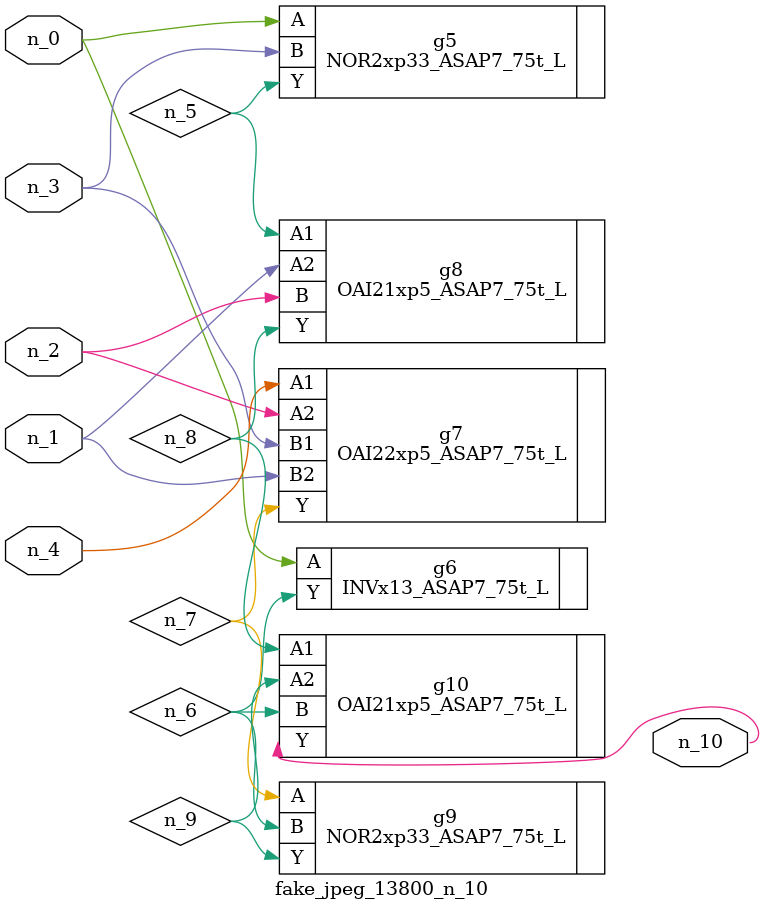
<source format=v>
module fake_jpeg_13800_n_10 (n_3, n_2, n_1, n_0, n_4, n_10);

input n_3;
input n_2;
input n_1;
input n_0;
input n_4;

output n_10;

wire n_8;
wire n_9;
wire n_6;
wire n_5;
wire n_7;

NOR2xp33_ASAP7_75t_L g5 ( 
.A(n_0),
.B(n_3),
.Y(n_5)
);

INVx13_ASAP7_75t_L g6 ( 
.A(n_0),
.Y(n_6)
);

OAI22xp5_ASAP7_75t_L g7 ( 
.A1(n_4),
.A2(n_2),
.B1(n_3),
.B2(n_1),
.Y(n_7)
);

OAI21xp5_ASAP7_75t_L g8 ( 
.A1(n_5),
.A2(n_1),
.B(n_2),
.Y(n_8)
);

OAI21xp5_ASAP7_75t_L g10 ( 
.A1(n_8),
.A2(n_9),
.B(n_6),
.Y(n_10)
);

NOR2xp33_ASAP7_75t_L g9 ( 
.A(n_7),
.B(n_6),
.Y(n_9)
);


endmodule
</source>
